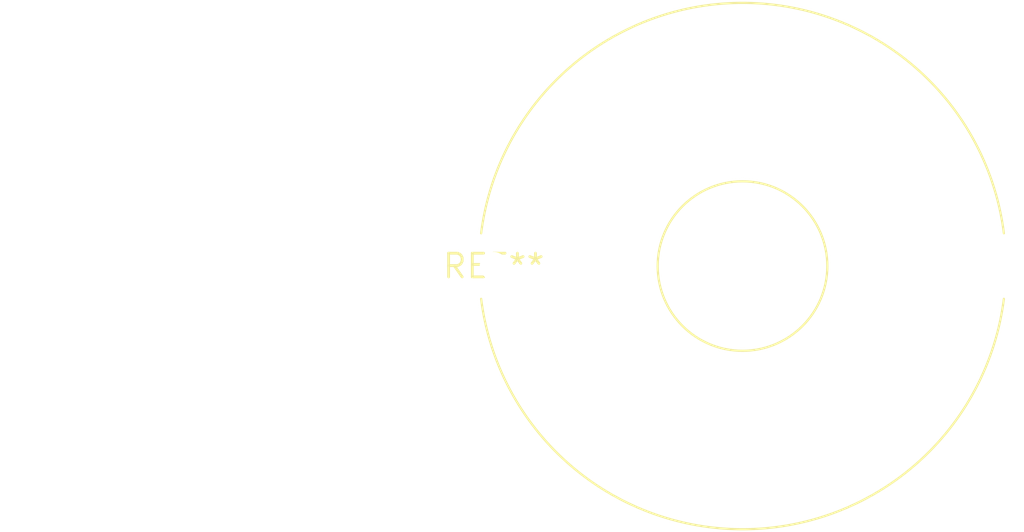
<source format=kicad_pcb>
(kicad_pcb (version 20240108) (generator pcbnew)
  (layers (0 "F.Cu" signal) (31 "B.Cu" signal) (34 "B.Paste" user) (35 "F.Paste" user) (36 "B.SilkS" user "B.Silkscreen") (37 "F.SilkS" user "F.Silkscreen") (38 "B.Mask" user) (39 "F.Mask" user) (44 "Edge.Cuts" user))
  (net 0 "")
  (footprint "L_Toroid_Horizontal_D28.0mm_P26.67mm_Bourns_2200" (layer "F.Cu") (at 0 0)
    (property "Reference" "REF**")
    (property "Value" "L_Toroid_Horizontal_D28.0mm_P26.67mm_Bourns_2200")
    (fp_arc (start -0.674882 -1.76) (mid 13.335 -14.12) (end 27.344882 -1.76) (layer "F.SilkS") (stroke (width 0.12)))
    (fp_arc (start 27.344882 1.76) (mid 13.335 14.12) (end -0.674882 1.76) (layer "F.SilkS") (stroke (width 0.12)))
    (fp_circle (center 13.335 0) (end 17.881667 0) (layer "F.SilkS") (stroke (width 0.12)) (fill none))
    (pad "1" thru_hole circle (at 0 0) (size 3 3) (drill 1.5) (layers *.Cu *.Mask) (remove_unused_layers))
    (pad "2" thru_hole circle (at 26.67 0) (size 3 3) (drill 1.5) (layers *.Cu *.Mask) (remove_unused_layers))
  )
)
</source>
